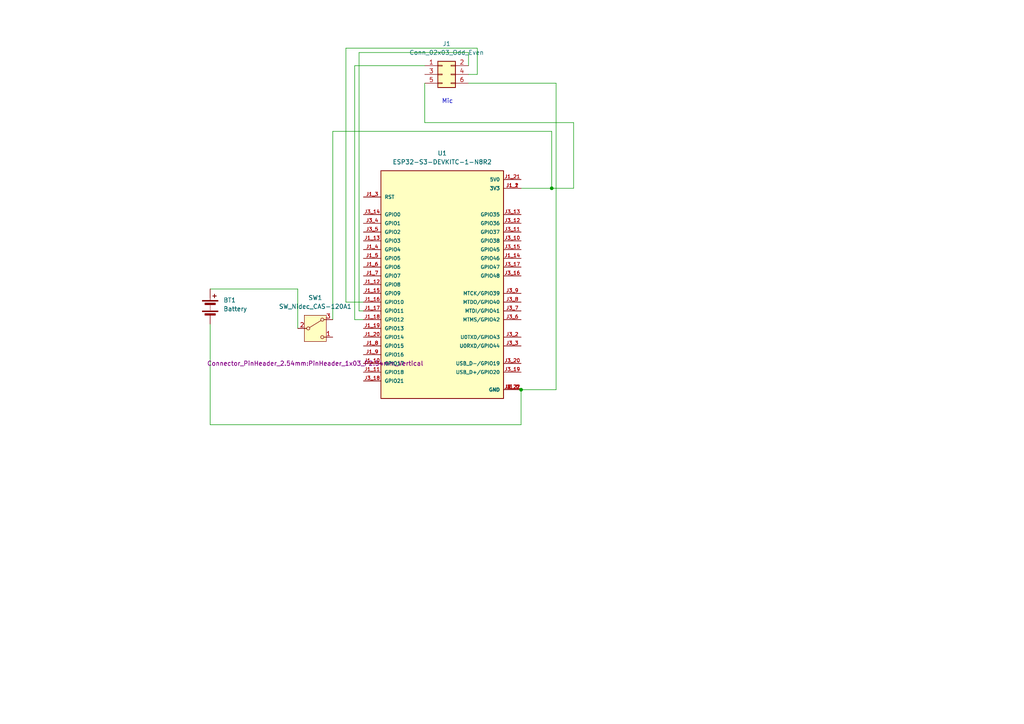
<source format=kicad_sch>
(kicad_sch (version 20231120) (generator "eeschema") (generator_version "8.0")
  (paper "A4")
  (lib_symbols
    (symbol "Connector_Generic:Conn_02x03_Odd_Even" (pin_names (offset 1.016) hide)
      (property "Reference" "J" (at 1.27 5.08 0))
      (property "Value" "Conn_02x03_Odd_Even" (at 1.27 -5.08 0))
      (symbol "Conn_02x03_Odd_Even_1_1"
        (rectangle (start -1.27 -2.413) (end 0 -2.667) (stroke (width 0.1524)))
        (rectangle (start -1.27 0.127) (end 0 -0.127) (stroke (width 0.1524)))
        (rectangle (start -1.27 2.667) (end 0 2.413) (stroke (width 0.1524)))
        (rectangle (start -1.27 3.81) (end 3.81 -3.81) (stroke (width 0.254)) (fill (type background)))
        (rectangle (start 3.81 -2.413) (end 2.54 -2.667) (stroke (width 0.1524)))
        (rectangle (start 3.81 0.127) (end 2.54 -0.127) (stroke (width 0.1524)))
        (rectangle (start 3.81 2.667) (end 2.54 2.413) (stroke (width 0.1524)))
        (pin passive line (at -5.08 2.54 0) (length 3.81) (name "Pin_1") (number "1"))
        (pin passive line (at 7.62 2.54 180) (length 3.81) (name "Pin_2") (number "2"))
        (pin passive line (at -5.08 0 0) (length 3.81) (name "Pin_3") (number "3"))
        (pin passive line (at 7.62 0 180) (length 3.81) (name "Pin_4") (number "4"))
        (pin passive line (at -5.08 -2.54 0) (length 3.81) (name "Pin_5") (number "5"))
        (pin passive line (at 7.62 -2.54 180) (length 3.81) (name "Pin_6") (number "6"))
      )
    )
    (symbol "Device:Battery" (pin_numbers hide) (pin_names (offset 0) hide)
      (property "Reference" "BT" (at 2.54 2.54 0))
      (property "Value" "Battery" (at 2.54 0 0))
      (symbol "Battery_0_1"
        (rectangle (start -2.286 -1.27) (end 2.286 -1.524) (fill (type outline)))
        (rectangle (start -2.286 1.778) (end 2.286 1.524) (fill (type outline)))
        (rectangle (start -1.524 -2.032) (end 1.524 -2.54) (fill (type outline)))
        (rectangle (start -1.524 1.016) (end 1.524 0.508) (fill (type outline)))
        (polyline (pts (xy 0 -1.016) (xy 0 -0.762)))
        (polyline (pts (xy 0 -0.508) (xy 0 -0.254)))
        (polyline (pts (xy 0 0) (xy 0 0.254)))
        (polyline (pts (xy 0 1.778) (xy 0 2.54)))
        (polyline (pts (xy 0.762 3.048) (xy 1.778 3.048)) (stroke (width 0.254)))
        (polyline (pts (xy 1.27 3.556) (xy 1.27 2.54)) (stroke (width 0.254)))
      )
      (symbol "Battery_1_1"
        (pin passive line (at 0 5.08 270) (length 2.54) (name "+") (number "1"))
        (pin passive line (at 0 -5.08 90) (length 2.54) (name "-") (number "2"))
      )
    )
    (symbol "ESP32-S3-DEVKITC-1-N8R2:ESP32-S3-DEVKITC-1-N8R2" (pin_names (offset 1.016))
      (property "Reference" "U" (at -17.78 35.56 0))
      (property "Value" "ESP32-S3-DEVKITC-1-N8R2" (at -17.78 -35.56 0))
      (symbol "ESP32-S3-DEVKITC-1-N8R2_0_0"
        (rectangle (start -17.78 -33.02) (end 17.78 33.02) (stroke (width 0.254)) (fill (type background)))
        (pin power_in line (at 22.86 27.94 180) (length 5.08) (name "3V3") (number "J1_1"))
        (pin bidirectional line (at -22.86 -22.86 0) (length 5.08) (name "GPIO17") (number "J1_10"))
        (pin bidirectional line (at -22.86 -25.4 0) (length 5.08) (name "GPIO18") (number "J1_11"))
        (pin bidirectional line (at -22.86 0 0) (length 5.08) (name "GPIO8") (number "J1_12"))
        (pin bidirectional line (at -22.86 12.7 0) (length 5.08) (name "GPIO3") (number "J1_13"))
        (pin bidirectional line (at 22.86 7.62 180) (length 5.08) (name "GPIO46") (number "J1_14"))
        (pin bidirectional line (at -22.86 -2.54 0) (length 5.08) (name "GPIO9") (number "J1_15"))
        (pin bidirectional line (at -22.86 -5.08 0) (length 5.08) (name "GPIO10") (number "J1_16"))
        (pin bidirectional line (at -22.86 -7.62 0) (length 5.08) (name "GPIO11") (number "J1_17"))
        (pin bidirectional line (at -22.86 -10.16 0) (length 5.08) (name "GPIO12") (number "J1_18"))
        (pin bidirectional line (at -22.86 -12.7 0) (length 5.08) (name "GPIO13") (number "J1_19"))
        (pin power_in line (at 22.86 27.94 180) (length 5.08) (name "3V3") (number "J1_2"))
        (pin bidirectional line (at -22.86 -15.24 0) (length 5.08) (name "GPIO14") (number "J1_20"))
        (pin power_in line (at 22.86 30.48 180) (length 5.08) (name "5V0") (number "J1_21"))
        (pin power_in line (at 22.86 -30.48 180) (length 5.08) (name "GND") (number "J1_22"))
        (pin input line (at -22.86 25.4 0) (length 5.08) (name "RST") (number "J1_3"))
        (pin bidirectional line (at -22.86 10.16 0) (length 5.08) (name "GPIO4") (number "J1_4"))
        (pin bidirectional line (at -22.86 7.62 0) (length 5.08) (name "GPIO5") (number "J1_5"))
        (pin bidirectional line (at -22.86 5.08 0) (length 5.08) (name "GPIO6") (number "J1_6"))
        (pin bidirectional line (at -22.86 2.54 0) (length 5.08) (name "GPIO7") (number "J1_7"))
        (pin bidirectional line (at -22.86 -17.78 0) (length 5.08) (name "GPIO15") (number "J1_8"))
        (pin bidirectional line (at -22.86 -20.32 0) (length 5.08) (name "GPIO16") (number "J1_9"))
        (pin power_in line (at 22.86 -30.48 180) (length 5.08) (name "GND") (number "J3_1"))
        (pin bidirectional line (at 22.86 12.7 180) (length 5.08) (name "GPIO38") (number "J3_10"))
        (pin bidirectional line (at 22.86 15.24 180) (length 5.08) (name "GPIO37") (number "J3_11"))
        (pin bidirectional line (at 22.86 17.78 180) (length 5.08) (name "GPIO36") (number "J3_12"))
        (pin bidirectional line (at 22.86 20.32 180) (length 5.08) (name "GPIO35") (number "J3_13"))
        (pin bidirectional line (at -22.86 20.32 0) (length 5.08) (name "GPIO0") (number "J3_14"))
        (pin bidirectional line (at 22.86 10.16 180) (length 5.08) (name "GPIO45") (number "J3_15"))
        (pin bidirectional line (at 22.86 2.54 180) (length 5.08) (name "GPIO48") (number "J3_16"))
        (pin bidirectional line (at 22.86 5.08 180) (length 5.08) (name "GPIO47") (number "J3_17"))
        (pin bidirectional line (at -22.86 -27.94 0) (length 5.08) (name "GPIO21") (number "J3_18"))
        (pin bidirectional line (at 22.86 -25.4 180) (length 5.08) (name "USB_D+/GPIO20") (number "J3_19"))
        (pin bidirectional line (at 22.86 -15.24 180) (length 5.08) (name "U0TXD/GPIO43") (number "J3_2"))
        (pin bidirectional line (at 22.86 -22.86 180) (length 5.08) (name "USB_D-/GPIO19") (number "J3_20"))
        (pin power_in line (at 22.86 -30.48 180) (length 5.08) (name "GND") (number "J3_21"))
        (pin power_in line (at 22.86 -30.48 180) (length 5.08) (name "GND") (number "J3_22"))
        (pin bidirectional line (at 22.86 -17.78 180) (length 5.08) (name "U0RXD/GPIO44") (number "J3_3"))
        (pin bidirectional line (at -22.86 17.78 0) (length 5.08) (name "GPIO1") (number "J3_4"))
        (pin bidirectional line (at -22.86 15.24 0) (length 5.08) (name "GPIO2") (number "J3_5"))
        (pin bidirectional line (at 22.86 -10.16 180) (length 5.08) (name "MTMS/GPIO42") (number "J3_6"))
        (pin bidirectional line (at 22.86 -7.62 180) (length 5.08) (name "MTDI/GPIO41") (number "J3_7"))
        (pin bidirectional line (at 22.86 -5.08 180) (length 5.08) (name "MTDO/GPIO40") (number "J3_8"))
        (pin bidirectional line (at 22.86 -2.54 180) (length 5.08) (name "MTCK/GPIO39") (number "J3_9"))
      )
    )
    (symbol "Switch:SW_Nidec_CAS-120A1" (pin_names (offset 1) hide)
      (property "Reference" "SW" (at 0 4.318 0))
      (property "Value" "SW_Nidec_CAS-120A1" (at 0 -5.08 0))
      (symbol "SW_Nidec_CAS-120A1_0_1"
        (circle (center -2.032 0) (radius 0.4572))
        (polyline (pts (xy -1.651 0.254) (xy 1.651 2.286)))
        (circle (center 2.032 -2.54) (radius 0.4572))
        (circle (center 2.032 2.54) (radius 0.4572))
      )
      (symbol "SW_Nidec_CAS-120A1_1_1"
        (rectangle (start -3.175 3.81) (end 3.175 -3.81) (fill (type background)))
        (pin passive line (at 5.08 -2.54 180) (length 2.54) (name "C") (number "1"))
        (pin passive line (at -5.08 0 0) (length 2.54) (name "B") (number "2"))
        (pin passive line (at 5.08 2.54 180) (length 2.54) (name "A") (number "3"))
      )
    )
  )
  (junction (at 151.13 113.03))
  (junction (at 160.02 54.61))
  (wire (pts (xy 123.19 19.05) (xy 102.87 19.05)))
  (wire (pts (xy 104.14 15.24) (xy 104.14 90.17)))
  (wire (pts (xy 86.36 83.82) (xy 86.36 95.25)))
  (wire (pts (xy 102.87 92.71) (xy 105.41 92.71)))
  (wire (pts (xy 135.89 19.05) (xy 135.89 15.24)))
  (wire (pts (xy 100.33 13.97) (xy 100.33 87.63)))
  (wire (pts (xy 161.29 24.13) (xy 161.29 113.03)))
  (wire (pts (xy 123.19 24.13) (xy 123.19 35.56)))
  (wire (pts (xy 102.87 19.05) (xy 102.87 92.71)))
  (wire (pts (xy 100.33 87.63) (xy 105.41 87.63)))
  (wire (pts (xy 151.13 54.61) (xy 160.02 54.61)))
  (wire (pts (xy 104.14 90.17) (xy 105.41 90.17)))
  (wire (pts (xy 138.43 21.59) (xy 138.43 13.97)))
  (wire (pts (xy 135.89 24.13) (xy 161.29 24.13)))
  (wire (pts (xy 161.29 113.03) (xy 151.13 113.03)))
  (wire (pts (xy 166.37 54.61) (xy 160.02 54.61)))
  (wire (pts (xy 135.89 15.24) (xy 104.14 15.24)))
  (wire (pts (xy 60.96 123.19) (xy 151.13 123.19)))
  (wire (pts (xy 138.43 13.97) (xy 100.33 13.97)))
  (wire (pts (xy 151.13 123.19) (xy 151.13 113.03)))
  (wire (pts (xy 60.96 93.98) (xy 60.96 123.19)))
  (wire (pts (xy 60.96 83.82) (xy 86.36 83.82)))
  (wire (pts (xy 166.37 35.56) (xy 166.37 54.61)))
  (wire (pts (xy 96.52 92.71) (xy 96.52 38.1)))
  (wire (pts (xy 123.19 35.56) (xy 166.37 35.56)))
  (wire (pts (xy 160.02 38.1) (xy 160.02 54.61)))
  (wire (pts (xy 96.52 38.1) (xy 160.02 38.1)))
  (wire (pts (xy 135.89 21.59) (xy 138.43 21.59)))
  (text "Mic\n" (at 129.794 29.464 0) (effects (font (size 1.27 1.27))))
  (symbol (lib_id "Switch:SW_Nidec_CAS-120A1") (at 91.44 95.25 0) (unit 1)
    (property "Reference" "SW1" (at 91.44 86.36 0))
    (property "Value" "SW_Nidec_CAS-120A1" (at 91.44 88.9 0))
    (property "Footprint" "Connector_PinHeader_2.54mm:PinHeader_1x03_P2.54mm_Vertical" (at 91.44 105.41 0))
    (property "Datasheet" "https://www.nidec-components.com/e/catalog/switch/cas.pdf" (effects (hide yes)))
    (property "Description" "Switch, single pole double throw" (effects (hide yes)))
  )
  (symbol (lib_id "Device:Battery") (at 60.96 88.9 0) (unit 1)
    (property "Reference" "BT1" (at 64.77 87.0584 0) (effects (justify left)))
    (property "Value" "Battery" (at 64.77 89.5984 0) (effects (justify left)))
    (property "Footprint" "Connector_JST:JST_EH_S2B-EH_1x02_P2.50mm_Horizontal" (effects (hide yes)))
    (property "Description" "Multiple-cell battery" (effects (hide yes)))
  )
  (symbol (lib_id "Connector_Generic:Conn_02x03_Odd_Even") (at 128.27 21.59 0) (unit 1)
    (property "Reference" "J1" (at 129.54 12.7 0))
    (property "Value" "Conn_02x03_Odd_Even" (at 129.54 15.24 0))
    (property "Footprint" "Button_Switch_THT:SW_PUSH_E-Switch_FS5700DP_DPDT" (effects (hide yes)))
    (property "Description" "Generic connector, double row, 02x03, odd/even pin numbering scheme (row 1 odd numbers, row 2 even numbers), script generated (kicad-library-utils/schlib/autogen/connector/)" (effects (hide yes)))
  )
  (symbol (lib_id "ESP32-S3-DEVKITC-1-N8R2:ESP32-S3-DEVKITC-1-N8R2") (at 128.27 82.55 0) (unit 1)
    (property "Reference" "U1" (at 128.27 44.45 0))
    (property "Value" "ESP32-S3-DEVKITC-1-N8R2" (at 128.27 46.99 0))
    (property "Footprint" "ESP-S3-DEVKIT:XCVR_ESP32-S3-DEVKITC-1-N8R2" (effects (hide yes)))
    (property "MF" "Espressif Systems" (effects (hide yes)))
    (property "Description_1" "\n                        \n                            WiFi Development Tools - 802.11 ESP32-S3 general-purpose development board, embeds ESP32-S3-WROOM-1-N8R2, with pin header\n                        \n" (effects (hide yes)))
    (property "Package" "None" (effects (hide yes)))
    (property "Price" "None" (effects (hide yes)))
    (property "Check_prices" "https://www.snapeda.com/parts/ESP32-S3-DEVKITC-1-N8R2/Espressif+Systems/view-part/?ref=eda" (effects (hide yes)))
    (property "STANDARD" "Manufacturer Recommendations" (effects (hide yes)))
    (property "PARTREV" "V1" (effects (hide yes)))
    (property "SnapEDA_Link" "https://www.snapeda.com/parts/ESP32-S3-DEVKITC-1-N8R2/Espressif+Systems/view-part/?ref=snap" (effects (hide yes)))
    (property "MP" "ESP32-S3-DEVKITC-1-N8R2" (effects (hide yes)))
    (property "Availability" "In Stock" (effects (hide yes)))
    (property "MANUFACTURER" "Espressif" (effects (hide yes)))
  )
)
</source>
